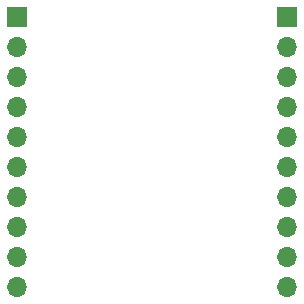
<source format=gbr>
%TF.GenerationSoftware,KiCad,Pcbnew,7.0.5-0*%
%TF.CreationDate,2023-08-22T15:56:52-04:00*%
%TF.ProjectId,SiPM chip carrier,5369504d-2063-4686-9970-206361727269,rev?*%
%TF.SameCoordinates,Original*%
%TF.FileFunction,Soldermask,Bot*%
%TF.FilePolarity,Negative*%
%FSLAX46Y46*%
G04 Gerber Fmt 4.6, Leading zero omitted, Abs format (unit mm)*
G04 Created by KiCad (PCBNEW 7.0.5-0) date 2023-08-22 15:56:52*
%MOMM*%
%LPD*%
G01*
G04 APERTURE LIST*
%ADD10R,1.700000X1.700000*%
%ADD11O,1.700000X1.700000*%
G04 APERTURE END LIST*
D10*
%TO.C,J2*%
X61468000Y-38608000D03*
D11*
X61468000Y-41148000D03*
X61468000Y-43688000D03*
X61468000Y-46228000D03*
X61468000Y-48768000D03*
X61468000Y-51308000D03*
X61468000Y-53848000D03*
X61468000Y-56388000D03*
X61468000Y-58928000D03*
X61468000Y-61468000D03*
%TD*%
D10*
%TO.C,J1*%
X38608000Y-38608000D03*
D11*
X38608000Y-41148000D03*
X38608000Y-43688000D03*
X38608000Y-46228000D03*
X38608000Y-48768000D03*
X38608000Y-51308000D03*
X38608000Y-53848000D03*
X38608000Y-56388000D03*
X38608000Y-58928000D03*
X38608000Y-61468000D03*
%TD*%
M02*

</source>
